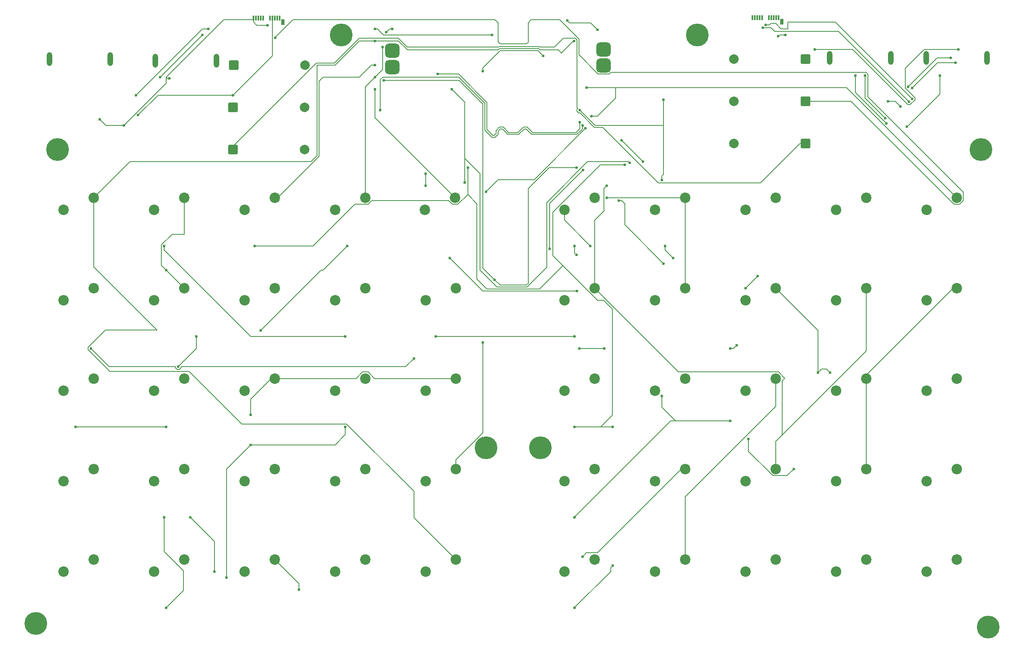
<source format=gbr>
%TF.GenerationSoftware,KiCad,Pcbnew,9.0.2*%
%TF.CreationDate,2025-10-05T12:30:13-05:00*%
%TF.ProjectId,keeb,6b656562-2e6b-4696-9361-645f70636258,rev?*%
%TF.SameCoordinates,Original*%
%TF.FileFunction,Copper,L2,Bot*%
%TF.FilePolarity,Positive*%
%FSLAX46Y46*%
G04 Gerber Fmt 4.6, Leading zero omitted, Abs format (unit mm)*
G04 Created by KiCad (PCBNEW 9.0.2) date 2025-10-05 12:30:13*
%MOMM*%
%LPD*%
G01*
G04 APERTURE LIST*
G04 Aperture macros list*
%AMRoundRect*
0 Rectangle with rounded corners*
0 $1 Rounding radius*
0 $2 $3 $4 $5 $6 $7 $8 $9 X,Y pos of 4 corners*
0 Add a 4 corners polygon primitive as box body*
4,1,4,$2,$3,$4,$5,$6,$7,$8,$9,$2,$3,0*
0 Add four circle primitives for the rounded corners*
1,1,$1+$1,$2,$3*
1,1,$1+$1,$4,$5*
1,1,$1+$1,$6,$7*
1,1,$1+$1,$8,$9*
0 Add four rect primitives between the rounded corners*
20,1,$1+$1,$2,$3,$4,$5,0*
20,1,$1+$1,$4,$5,$6,$7,0*
20,1,$1+$1,$6,$7,$8,$9,0*
20,1,$1+$1,$8,$9,$2,$3,0*%
G04 Aperture macros list end*
%TA.AperFunction,ComponentPad*%
%ADD10C,2.200000*%
%TD*%
%TA.AperFunction,ComponentPad*%
%ADD11C,4.800000*%
%TD*%
%TA.AperFunction,HeatsinkPad*%
%ADD12O,1.200000X2.900000*%
%TD*%
%TA.AperFunction,ComponentPad*%
%ADD13RoundRect,0.250000X0.750000X0.750000X-0.750000X0.750000X-0.750000X-0.750000X0.750000X-0.750000X0*%
%TD*%
%TA.AperFunction,ComponentPad*%
%ADD14C,2.000000*%
%TD*%
%TA.AperFunction,ComponentPad*%
%ADD15RoundRect,0.250000X-0.750000X-0.750000X0.750000X-0.750000X0.750000X0.750000X-0.750000X0.750000X0*%
%TD*%
%TA.AperFunction,ComponentPad*%
%ADD16RoundRect,0.750000X0.750000X0.750000X-0.750000X0.750000X-0.750000X-0.750000X0.750000X-0.750000X0*%
%TD*%
%TA.AperFunction,SMDPad,CuDef*%
%ADD17R,0.380000X1.000000*%
%TD*%
%TA.AperFunction,SMDPad,CuDef*%
%ADD18R,0.700000X1.150000*%
%TD*%
%TA.AperFunction,ViaPad*%
%ADD19C,0.600000*%
%TD*%
%TA.AperFunction,Conductor*%
%ADD20C,0.200000*%
%TD*%
G04 APERTURE END LIST*
D10*
%TO.P,SW43,1,1*%
%TO.N,col4*%
X232410000Y-86360000D03*
%TO.P,SW43,2,2*%
%TO.N,Net-(D43-A)*%
X226060000Y-88900000D03*
%TD*%
%TO.P,SW17,1,1*%
%TO.N,col1*%
X175260000Y-124460000D03*
%TO.P,SW17,2,2*%
%TO.N,Net-(D17-A)*%
X168910000Y-127000000D03*
%TD*%
%TO.P,SW28,1,1*%
%TO.N,col3*%
X88900000Y-124460000D03*
%TO.P,SW28,2,2*%
%TO.N,Net-(D28-A)*%
X82550000Y-127000000D03*
%TD*%
%TO.P,SW33,1,1*%
%TO.N,col3*%
X213360000Y-86360000D03*
%TO.P,SW33,2,2*%
%TO.N,Net-(D33-A)*%
X207010000Y-88900000D03*
%TD*%
%TO.P,SW46,1,1*%
%TO.N,col2*%
X127000000Y-105410000D03*
%TO.P,SW46,2,2*%
%TO.N,Net-(D46-A)*%
X120650000Y-107950000D03*
%TD*%
%TO.P,SW2,1,1*%
%TO.N,col0*%
X50800000Y-67310000D03*
%TO.P,SW2,2,2*%
%TO.N,Net-(D2-A)*%
X44450000Y-69850000D03*
%TD*%
%TO.P,SW36,1,1*%
%TO.N,col4*%
X107950000Y-105410000D03*
%TO.P,SW36,2,2*%
%TO.N,Net-(D36-A)*%
X101600000Y-107950000D03*
%TD*%
%TO.P,SW13,1,1*%
%TO.N,col1*%
X175260000Y-86360000D03*
%TO.P,SW13,2,2*%
%TO.N,Net-(D13-A)*%
X168910000Y-88900000D03*
%TD*%
D11*
%TO.P,H2,1*%
%TO.N,N/C*%
X102870000Y-33020000D03*
%TD*%
D12*
%TO.P,J2,5,Shield*%
%TO.N,unconnected-(J2-Shield-Pad5)*%
X54300000Y-38100000D03*
%TO.N,unconnected-(J2-Shield-Pad5)_1*%
X41500000Y-38100000D03*
%TD*%
D11*
%TO.P,H3,1*%
%TO.N,N/C*%
X237490000Y-57150000D03*
%TD*%
D13*
%TO.P,C3,1*%
%TO.N,downVbus0*%
X200540000Y-46990000D03*
D14*
%TO.P,C3,2*%
%TO.N,GND*%
X185540000Y-46990000D03*
%TD*%
D11*
%TO.P,H8,1*%
%TO.N,N/C*%
X38608000Y-156972000D03*
%TD*%
D10*
%TO.P,SW44,1,1*%
%TO.N,col4*%
X127000000Y-86360000D03*
%TO.P,SW44,2,2*%
%TO.N,Net-(D44-A)*%
X120650000Y-88900000D03*
%TD*%
%TO.P,SW47,1,1*%
%TO.N,col1*%
X232410000Y-124460000D03*
%TO.P,SW47,2,2*%
%TO.N,Net-(D47-A)*%
X226060000Y-127000000D03*
%TD*%
D11*
%TO.P,H1,1*%
%TO.N,N/C*%
X177800000Y-33020000D03*
%TD*%
D10*
%TO.P,SW18,1,1*%
%TO.N,col1*%
X69850000Y-124460000D03*
%TO.P,SW18,2,2*%
%TO.N,Net-(D18-A)*%
X63500000Y-127000000D03*
%TD*%
%TO.P,SW32,1,1*%
%TO.N,col3*%
X107950000Y-67310000D03*
%TO.P,SW32,2,2*%
%TO.N,Net-(D32-A)*%
X101600000Y-69850000D03*
%TD*%
D15*
%TO.P,C2,1*%
%TO.N,Net-(U4-VBUS_DET)*%
X80130000Y-48260000D03*
D14*
%TO.P,C2,2*%
%TO.N,GND*%
X95130000Y-48260000D03*
%TD*%
D10*
%TO.P,SW5,1,1*%
%TO.N,col0*%
X156210000Y-105410000D03*
%TO.P,SW5,2,2*%
%TO.N,Net-(D5-A)*%
X149860000Y-107950000D03*
%TD*%
%TO.P,SW26,1,1*%
%TO.N,col2*%
X88900000Y-105410000D03*
%TO.P,SW26,2,2*%
%TO.N,Net-(D26-A)*%
X82550000Y-107950000D03*
%TD*%
D11*
%TO.P,H7,1*%
%TO.N,N/C*%
X144780000Y-120015000D03*
%TD*%
D10*
%TO.P,SW37,1,1*%
%TO.N,col4*%
X213360000Y-124460000D03*
%TO.P,SW37,2,2*%
%TO.N,Net-(D37-A)*%
X207010000Y-127000000D03*
%TD*%
D16*
%TO.P,U1,15,BAT*%
%TO.N,/left/vbat*%
X158115000Y-39448500D03*
%TO.P,U1,16,GND*%
%TO.N,GND*%
X158115000Y-36048500D03*
%TD*%
D10*
%TO.P,SW50,1,1*%
%TO.N,col0*%
X127000000Y-143510000D03*
%TO.P,SW50,2,2*%
%TO.N,Net-(D50-A)*%
X120650000Y-146050000D03*
%TD*%
D11*
%TO.P,H5,1*%
%TO.N,N/C*%
X239014000Y-157734000D03*
%TD*%
D10*
%TO.P,SW20,1,1*%
%TO.N,col2*%
X69850000Y-143510000D03*
%TO.P,SW20,2,2*%
%TO.N,Net-(D20-A)*%
X63500000Y-146050000D03*
%TD*%
%TO.P,SW3,1,1*%
%TO.N,col3*%
X156210000Y-86360000D03*
%TO.P,SW3,2,2*%
%TO.N,Net-(D3-A)*%
X149860000Y-88900000D03*
%TD*%
D13*
%TO.P,C5,1*%
%TO.N,downVbus1*%
X200540000Y-55880000D03*
D14*
%TO.P,C5,2*%
%TO.N,GND*%
X185540000Y-55880000D03*
%TD*%
D10*
%TO.P,SW31,1,1*%
%TO.N,col3*%
X213360000Y-67310000D03*
%TO.P,SW31,2,2*%
%TO.N,Net-(D31-A)*%
X207010000Y-69850000D03*
%TD*%
%TO.P,SW11,1,1*%
%TO.N,col1*%
X175260000Y-67310000D03*
%TO.P,SW11,2,2*%
%TO.N,Net-(D11-A)*%
X168910000Y-69850000D03*
%TD*%
%TO.P,SW38,1,1*%
%TO.N,col4*%
X107950000Y-124460000D03*
%TO.P,SW38,2,2*%
%TO.N,Net-(D38-A)*%
X101600000Y-127000000D03*
%TD*%
D13*
%TO.P,C1,1*%
%TO.N,Net-(U3-VBUS_DET)*%
X200540000Y-38100000D03*
D14*
%TO.P,C1,2*%
%TO.N,GND*%
X185540000Y-38100000D03*
%TD*%
D10*
%TO.P,SW35,1,1*%
%TO.N,col4*%
X213360000Y-105410000D03*
%TO.P,SW35,2,2*%
%TO.N,Net-(D35-A)*%
X207010000Y-107950000D03*
%TD*%
D16*
%TO.P,U2,15,BAT*%
%TO.N,/right/vbat*%
X113610000Y-39770000D03*
%TO.P,U2,16,GND*%
%TO.N,GND*%
X113610000Y-36370000D03*
%TD*%
D10*
%TO.P,SW10,1,1*%
%TO.N,col0*%
X50800000Y-143510000D03*
%TO.P,SW10,2,2*%
%TO.N,Net-(D10-A)*%
X44450000Y-146050000D03*
%TD*%
%TO.P,SW4,1,1*%
%TO.N,col3*%
X50800000Y-86360000D03*
%TO.P,SW4,2,2*%
%TO.N,Net-(D4-A)*%
X44450000Y-88900000D03*
%TD*%
%TO.P,SW48,1,1*%
%TO.N,col1*%
X127000000Y-124460000D03*
%TO.P,SW48,2,2*%
%TO.N,Net-(D48-A)*%
X120650000Y-127000000D03*
%TD*%
D11*
%TO.P,H6,1*%
%TO.N,N/C*%
X133350000Y-120015000D03*
%TD*%
D10*
%TO.P,SW9,1,1*%
%TO.N,col0*%
X156210000Y-143510000D03*
%TO.P,SW9,2,2*%
%TO.N,Net-(D9-A)*%
X149860000Y-146050000D03*
%TD*%
%TO.P,SW29,1,1*%
%TO.N,col3*%
X194310000Y-143510000D03*
%TO.P,SW29,2,2*%
%TO.N,Net-(D29-A)*%
X187960000Y-146050000D03*
%TD*%
D15*
%TO.P,C4,1*%
%TO.N,downVbus0*%
X80250000Y-39370000D03*
D14*
%TO.P,C4,2*%
%TO.N,GND*%
X95250000Y-39370000D03*
%TD*%
D10*
%TO.P,SW27,1,1*%
%TO.N,col3*%
X194310000Y-124460000D03*
%TO.P,SW27,2,2*%
%TO.N,Net-(D27-A)*%
X187960000Y-127000000D03*
%TD*%
D17*
%TO.P,P2,B1,GND*%
%TO.N,GND*%
X89908000Y-29464000D03*
%TO.P,P2,B2*%
%TO.N,N/C*%
X89408000Y-29464000D03*
%TO.P,P2,B3*%
X88908000Y-29464000D03*
%TO.P,P2,B4,VBUS*%
%TO.N,Net-(U4-VBUS_DET)*%
X88408000Y-29464000D03*
%TO.P,P2,B5,VCONN*%
%TO.N,unconnected-(P2-VCONN-PadB5)*%
X87908000Y-29464000D03*
%TO.P,P2,B8*%
%TO.N,N/C*%
X86408000Y-29464000D03*
%TO.P,P2,B9,VBUS*%
%TO.N,Net-(U4-VBUS_DET)*%
X85908000Y-29464000D03*
%TO.P,P2,B10*%
%TO.N,N/C*%
X85408000Y-29464000D03*
%TO.P,P2,B11*%
X84908000Y-29464000D03*
%TO.P,P2,B12,GND*%
%TO.N,GND*%
X84408000Y-29464000D03*
D18*
%TO.P,P2,S1,SHIELD*%
%TO.N,unconnected-(P2-SHIELD-PadS1)*%
X90578000Y-30304000D03*
%TD*%
D10*
%TO.P,SW8,1,1*%
%TO.N,col0*%
X50800000Y-124460000D03*
%TO.P,SW8,2,2*%
%TO.N,Net-(D8-A)*%
X44450000Y-127000000D03*
%TD*%
%TO.P,SW39,1,1*%
%TO.N,col4*%
X213360000Y-143510000D03*
%TO.P,SW39,2,2*%
%TO.N,Net-(D39-A)*%
X207010000Y-146050000D03*
%TD*%
%TO.P,SW24,1,1*%
%TO.N,col2*%
X88900000Y-86360000D03*
%TO.P,SW24,2,2*%
%TO.N,Net-(D24-A)*%
X82550000Y-88900000D03*
%TD*%
D12*
%TO.P,J3,5,Shield*%
%TO.N,unconnected-(J3-Shield-Pad5)*%
X218490000Y-37840000D03*
%TO.N,unconnected-(J3-Shield-Pad5)_1*%
X205690000Y-37840000D03*
%TD*%
D10*
%TO.P,SW30,1,1*%
%TO.N,col3*%
X88900000Y-143510000D03*
%TO.P,SW30,2,2*%
%TO.N,Net-(D30-A)*%
X82550000Y-146050000D03*
%TD*%
%TO.P,SW34,1,1*%
%TO.N,col3*%
X107950000Y-86360000D03*
%TO.P,SW34,2,2*%
%TO.N,Net-(D34-A)*%
X101600000Y-88900000D03*
%TD*%
%TO.P,SW49,1,1*%
%TO.N,col0*%
X232410000Y-143510000D03*
%TO.P,SW49,2,2*%
%TO.N,Net-(D49-A)*%
X226060000Y-146050000D03*
%TD*%
%TO.P,SW40,1,1*%
%TO.N,col4*%
X107950000Y-143510000D03*
%TO.P,SW40,2,2*%
%TO.N,Net-(D40-A)*%
X101600000Y-146050000D03*
%TD*%
%TO.P,SW21,1,1*%
%TO.N,col2*%
X194310000Y-67310000D03*
%TO.P,SW21,2,2*%
%TO.N,Net-(D21-A)*%
X187960000Y-69850000D03*
%TD*%
D11*
%TO.P,H4,1*%
%TO.N,N/C*%
X43180000Y-57150000D03*
%TD*%
D10*
%TO.P,SW19,1,1*%
%TO.N,col2*%
X175260000Y-143510000D03*
%TO.P,SW19,2,2*%
%TO.N,Net-(D19-A)*%
X168910000Y-146050000D03*
%TD*%
D12*
%TO.P,J1,5,Shield*%
%TO.N,unconnected-(J1-Shield-Pad5)_1*%
X238760000Y-37840000D03*
%TO.N,unconnected-(J1-Shield-Pad5)*%
X225960000Y-37840000D03*
%TD*%
D10*
%TO.P,SW41,1,1*%
%TO.N,col4*%
X232410000Y-67310000D03*
%TO.P,SW41,2,2*%
%TO.N,Net-(D41-A)*%
X226060000Y-69850000D03*
%TD*%
%TO.P,SW42,1,1*%
%TO.N,col4*%
X126850000Y-67310000D03*
%TO.P,SW42,2,2*%
%TO.N,Net-(D42-A)*%
X120500000Y-69850000D03*
%TD*%
%TO.P,SW7,1,1*%
%TO.N,col0*%
X156210000Y-124460000D03*
%TO.P,SW7,2,2*%
%TO.N,Net-(D7-A)*%
X149860000Y-127000000D03*
%TD*%
%TO.P,SW22,1,1*%
%TO.N,col2*%
X88900000Y-67310000D03*
%TO.P,SW22,2,2*%
%TO.N,Net-(D22-A)*%
X82550000Y-69850000D03*
%TD*%
D15*
%TO.P,C6,1*%
%TO.N,downVbus1*%
X80130000Y-57150000D03*
D14*
%TO.P,C6,2*%
%TO.N,GND*%
X95130000Y-57150000D03*
%TD*%
D10*
%TO.P,SW12,1,1*%
%TO.N,col1*%
X69850000Y-67310000D03*
%TO.P,SW12,2,2*%
%TO.N,Net-(D12-A)*%
X63500000Y-69850000D03*
%TD*%
D12*
%TO.P,J4,5,Shield*%
%TO.N,unconnected-(J4-Shield-Pad5)_1*%
X76600000Y-38475000D03*
%TO.N,unconnected-(J4-Shield-Pad5)*%
X63800000Y-38475000D03*
%TD*%
D10*
%TO.P,SW14,1,1*%
%TO.N,col1*%
X69850000Y-86360000D03*
%TO.P,SW14,2,2*%
%TO.N,Net-(D14-A)*%
X63500000Y-88900000D03*
%TD*%
D17*
%TO.P,P1,B1,GND*%
%TO.N,GND*%
X194910000Y-29390000D03*
%TO.P,P1,B2*%
%TO.N,N/C*%
X194410000Y-29390000D03*
%TO.P,P1,B3*%
X193910000Y-29390000D03*
%TO.P,P1,B4,VBUS*%
%TO.N,Net-(U3-VBUS_DET)*%
X193410000Y-29390000D03*
%TO.P,P1,B5,VCONN*%
%TO.N,unconnected-(P1-VCONN-PadB5)*%
X192910000Y-29390000D03*
%TO.P,P1,B8*%
%TO.N,N/C*%
X191410000Y-29390000D03*
%TO.P,P1,B9,VBUS*%
%TO.N,Net-(U3-VBUS_DET)*%
X190910000Y-29390000D03*
%TO.P,P1,B10*%
%TO.N,N/C*%
X190410000Y-29390000D03*
%TO.P,P1,B11*%
X189910000Y-29390000D03*
%TO.P,P1,B12,GND*%
%TO.N,GND*%
X189410000Y-29390000D03*
D18*
%TO.P,P1,S1,SHIELD*%
%TO.N,unconnected-(P1-SHIELD-PadS1)_1*%
X195580000Y-30230000D03*
%TD*%
D10*
%TO.P,SW23,1,1*%
%TO.N,col2*%
X194310000Y-86360000D03*
%TO.P,SW23,2,2*%
%TO.N,Net-(D23-A)*%
X187960000Y-88900000D03*
%TD*%
%TO.P,SW16,1,1*%
%TO.N,col1*%
X69850000Y-105410000D03*
%TO.P,SW16,2,2*%
%TO.N,Net-(D16-A)*%
X63500000Y-107950000D03*
%TD*%
%TO.P,SW6,1,1*%
%TO.N,col0*%
X50800000Y-105410000D03*
%TO.P,SW6,2,2*%
%TO.N,Net-(D6-A)*%
X44450000Y-107950000D03*
%TD*%
%TO.P,SW15,1,1*%
%TO.N,col1*%
X175260000Y-105410000D03*
%TO.P,SW15,2,2*%
%TO.N,Net-(D15-A)*%
X168910000Y-107950000D03*
%TD*%
%TO.P,SW1,1,1*%
%TO.N,col0*%
X156210000Y-67310000D03*
%TO.P,SW1,2,2*%
%TO.N,Net-(D1-A)*%
X149860000Y-69850000D03*
%TD*%
%TO.P,SW45,1,1*%
%TO.N,col2*%
X232410000Y-105410000D03*
%TO.P,SW45,2,2*%
%TO.N,Net-(D45-A)*%
X226060000Y-107950000D03*
%TD*%
%TO.P,SW25,1,1*%
%TO.N,col2*%
X194310000Y-105410000D03*
%TO.P,SW25,2,2*%
%TO.N,Net-(D25-A)*%
X187960000Y-107950000D03*
%TD*%
D19*
%TO.N,GND*%
X66700000Y-42175000D03*
X145415000Y-37465000D03*
X196342000Y-33020000D03*
X132715000Y-40640000D03*
X221945200Y-52324000D03*
X57150000Y-52070000D03*
X87352815Y-30964815D03*
X194818000Y-33274000D03*
X52070000Y-50800000D03*
X228860000Y-41540000D03*
%TO.N,Net-(U3-VBUS_DET)*%
X202551000Y-36089000D03*
X232794849Y-36089551D03*
%TO.N,Net-(U4-VBUS_DET)*%
X60149529Y-49919000D03*
X80130000Y-45720000D03*
%TO.N,downVbus0*%
X217932000Y-46990000D03*
X89000000Y-33655000D03*
X220552000Y-48086000D03*
%TO.N,Net-(D1-A)*%
X155320000Y-77470000D03*
%TO.N,row0*%
X65660000Y-134620000D03*
X152400000Y-79375000D03*
X66040000Y-153670000D03*
X125730000Y-80010000D03*
X161870000Y-55245000D03*
X166370000Y-59690000D03*
X152020000Y-77470000D03*
X152474908Y-86920092D03*
%TO.N,row4*%
X153035000Y-99060000D03*
X122810000Y-96520000D03*
X111125000Y-48895000D03*
X152020000Y-96520000D03*
X50200000Y-99060000D03*
X170707528Y-81172528D03*
X161270000Y-67945000D03*
X158211000Y-99060000D03*
X153704000Y-52070000D03*
X118179000Y-101151000D03*
%TO.N,row1*%
X76200000Y-146069686D03*
X68580000Y-102870000D03*
X72390000Y-96520000D03*
X71120000Y-134620000D03*
X129540000Y-60960000D03*
X160020000Y-115570000D03*
X152020000Y-115570000D03*
X66040000Y-115570000D03*
X46990000Y-115570000D03*
X84710000Y-77470000D03*
X162580000Y-60360000D03*
%TO.N,row2*%
X128905000Y-64135000D03*
X188595000Y-118110000D03*
X152020000Y-134620000D03*
X184785000Y-99060000D03*
X104140000Y-77470000D03*
X186089000Y-98425000D03*
X184785000Y-114300000D03*
X187960000Y-86360000D03*
X126165000Y-44450000D03*
X170369000Y-109031000D03*
X198120000Y-124460000D03*
X163560000Y-59930000D03*
X85911500Y-95270030D03*
X190500000Y-83820000D03*
%TO.N,row3*%
X103760000Y-115570000D03*
X171070000Y-77470000D03*
X153095000Y-48895000D03*
X170670000Y-46668500D03*
X160020000Y-144780000D03*
X65660000Y-77470000D03*
X83820000Y-119380000D03*
X152020000Y-153670000D03*
X123190000Y-41275000D03*
X120650000Y-64770000D03*
X103760000Y-96520000D03*
X170380000Y-63570000D03*
X120650000Y-62230000D03*
X153095000Y-51435000D03*
X78740000Y-147320000D03*
X172720000Y-80010000D03*
%TO.N,Net-(J1-D+)*%
X222196000Y-43941000D03*
X231140000Y-37846000D03*
%TO.N,Net-(J1-D-)*%
X223012000Y-44196000D03*
X232156000Y-38862000D03*
%TO.N,Net-(J3-D+)*%
X211090000Y-41540000D03*
X217594265Y-51645735D03*
%TO.N,Net-(J3-D-)*%
X217383530Y-50586470D03*
X213090000Y-41540000D03*
%TO.N,Net-(P1-D-)*%
X192227200Y-30921400D03*
X223008265Y-46478265D03*
%TO.N,Net-(P1-D+)*%
X222373265Y-47113265D03*
X191643000Y-31521400D03*
%TO.N,Net-(P2-D-)*%
X64770000Y-41910000D03*
X73660000Y-33020000D03*
%TO.N,Net-(P2-D+)*%
X59690000Y-45720000D03*
X74930000Y-31750000D03*
%TO.N,col0*%
X151892000Y-34290000D03*
X110000000Y-34290000D03*
%TO.N,col3*%
X113665000Y-31750000D03*
X112336531Y-32420000D03*
X93980000Y-149860000D03*
X150495000Y-30010000D03*
X110000000Y-41910000D03*
X111610204Y-35555711D03*
X158750000Y-64770000D03*
X156845000Y-31915003D03*
%TO.N,col1*%
X158750000Y-67310000D03*
X132715000Y-97790000D03*
X153670000Y-142910000D03*
X152400000Y-60960000D03*
X66040000Y-82550000D03*
X111865973Y-42568601D03*
X135147529Y-84562471D03*
%TO.N,col2*%
X153777472Y-61487528D03*
X203200000Y-104140000D03*
X110000000Y-39370000D03*
X205740000Y-104140000D03*
X146720000Y-78105000D03*
X83820000Y-113030000D03*
%TO.N,col4*%
X133350000Y-66040000D03*
X154305000Y-52705000D03*
X154505000Y-44128500D03*
X110000000Y-44450000D03*
X155575000Y-50165000D03*
%TO.N,data0*%
X134620000Y-33020000D03*
X110000000Y-31750000D03*
%TD*%
D20*
%TO.N,GND*%
X132715000Y-39930058D02*
X132715000Y-40640000D01*
X66040000Y-41910000D02*
X78139000Y-29811000D01*
X52070000Y-50800000D02*
X53340000Y-52070000D01*
X66040000Y-43180000D02*
X66040000Y-41910000D01*
X66700000Y-42175000D02*
X66305000Y-42175000D01*
X84408000Y-30256000D02*
X84408000Y-29811000D01*
X136356058Y-36289000D02*
X132715000Y-39930058D01*
X53340000Y-52070000D02*
X57150000Y-52070000D01*
X196342000Y-33020000D02*
X195072000Y-33020000D01*
X87352815Y-30964815D02*
X85116815Y-30964815D01*
X78139000Y-29811000D02*
X84400000Y-29811000D01*
X144239000Y-36289000D02*
X136356058Y-36289000D01*
X228860000Y-41540000D02*
X228860000Y-45460000D01*
X145415000Y-37465000D02*
X144239000Y-36289000D01*
X66305000Y-42175000D02*
X66040000Y-41910000D01*
X195072000Y-33020000D02*
X194818000Y-33274000D01*
X85116815Y-30964815D02*
X84408000Y-30256000D01*
X57150000Y-52070000D02*
X66040000Y-43180000D01*
X228860000Y-45460000D02*
X222250000Y-52070000D01*
%TO.N,Net-(U3-VBUS_DET)*%
X221595000Y-44215057D02*
X221595000Y-40080794D01*
X225586243Y-36089551D02*
X232794849Y-36089551D01*
X222124322Y-47714265D02*
X222622208Y-47714265D01*
X223609265Y-46229322D02*
X221595000Y-44215057D01*
X222622208Y-47714265D02*
X223609265Y-46727208D01*
X202551000Y-36089000D02*
X210499057Y-36089000D01*
X223609265Y-46727208D02*
X223609265Y-46229322D01*
X221595000Y-40080794D02*
X225586243Y-36089551D01*
X210499057Y-36089000D02*
X222124322Y-47714265D01*
%TO.N,Net-(U4-VBUS_DET)*%
X64348529Y-45720000D02*
X60149529Y-49919000D01*
X80130000Y-45720000D02*
X88400000Y-37450000D01*
X88400000Y-37450000D02*
X88400000Y-29811000D01*
X80130000Y-45720000D02*
X64348529Y-45720000D01*
%TO.N,downVbus0*%
X92744000Y-29811000D02*
X88900000Y-33655000D01*
X233811000Y-66163997D02*
X213691000Y-46043997D01*
X135890000Y-34504942D02*
X135890000Y-30480000D01*
X156929660Y-41249500D02*
X152894000Y-37213840D01*
X142206000Y-34538942D02*
X141853942Y-34891000D01*
X217932000Y-46990000D02*
X219456000Y-46990000D01*
X200540000Y-46990000D02*
X210108686Y-46990000D01*
X233811000Y-67890314D02*
X233811000Y-66163997D01*
X231829686Y-68711000D02*
X232990314Y-68711000D01*
X213691000Y-41291057D02*
X213338943Y-40939000D01*
X136276058Y-34891000D02*
X135890000Y-34504942D01*
X232990314Y-68711000D02*
X233811000Y-67890314D01*
X152894000Y-37213840D02*
X152894000Y-33874957D01*
X210108686Y-46990000D02*
X231829686Y-68711000D01*
X213338943Y-40939000D02*
X159610840Y-40939000D01*
X219456000Y-46990000D02*
X220552000Y-48086000D01*
X135255000Y-29845000D02*
X135255000Y-29811000D01*
X142875000Y-29845000D02*
X142206000Y-30514000D01*
X159300340Y-41249500D02*
X156929660Y-41249500D01*
X135255000Y-29811000D02*
X92744000Y-29811000D01*
X159610840Y-40939000D02*
X159300340Y-41249500D01*
X135890000Y-30480000D02*
X135255000Y-29845000D01*
X142206000Y-30514000D02*
X142206000Y-34538942D01*
X88900000Y-33655000D02*
X89000000Y-33655000D01*
X148864043Y-29845000D02*
X142875000Y-29845000D01*
X213691000Y-46043997D02*
X213691000Y-41291057D01*
X152894000Y-33874957D02*
X148864043Y-29845000D01*
X141853942Y-34891000D02*
X136276058Y-34891000D01*
%TO.N,downVbus1*%
X169581000Y-64171000D02*
X157881000Y-52471000D01*
X144644200Y-35560000D02*
X144571200Y-35487000D01*
X80130000Y-56462900D02*
X80130000Y-57150000D01*
X200540000Y-55880000D02*
X199390000Y-55880000D01*
X116772100Y-35560000D02*
X114901100Y-33689000D01*
X97623900Y-38969000D02*
X80130000Y-56462900D01*
X156103900Y-52471000D02*
X153128900Y-49496000D01*
X152493000Y-34041057D02*
X152140943Y-33689000D01*
X147720100Y-35560000D02*
X144644200Y-35560000D01*
X157881000Y-52471000D02*
X156103900Y-52471000D01*
X152846057Y-49496000D02*
X152494000Y-49143943D01*
X152140943Y-33689000D02*
X149591100Y-33689000D01*
X199390000Y-55880000D02*
X191099000Y-64171000D01*
X101433900Y-38969000D02*
X97623900Y-38969000D01*
X191099000Y-64171000D02*
X169581000Y-64171000D01*
X152494000Y-48646057D02*
X152640028Y-48500028D01*
X152494000Y-49143943D02*
X152494000Y-48646057D01*
X135950858Y-35560000D02*
X116772100Y-35560000D01*
X106713900Y-33689000D02*
X101433900Y-38969000D01*
X114901100Y-33689000D02*
X106713900Y-33689000D01*
X149591100Y-33689000D02*
X147720100Y-35560000D01*
X136023858Y-35487000D02*
X135950858Y-35560000D01*
X152640028Y-48500028D02*
X152493000Y-48353000D01*
X152493000Y-48353000D02*
X152493000Y-34041057D01*
X153128900Y-49496000D02*
X152846057Y-49496000D01*
X144571200Y-35487000D02*
X136023858Y-35487000D01*
%TO.N,Net-(D1-A)*%
X149860000Y-72010000D02*
X149860000Y-69850000D01*
X155320000Y-77470000D02*
X149860000Y-72010000D01*
%TO.N,row0*%
X66040000Y-153670000D02*
X69661000Y-150049000D01*
X161925000Y-55245000D02*
X161870000Y-55245000D01*
X152020000Y-77470000D02*
X152020000Y-78995000D01*
X132640092Y-86920092D02*
X125730000Y-80010000D01*
X152474908Y-86920092D02*
X132640092Y-86920092D01*
X69661000Y-150049000D02*
X69661000Y-145861000D01*
X69661000Y-145861000D02*
X65660000Y-141860000D01*
X65660000Y-141860000D02*
X65660000Y-134620000D01*
X166370000Y-59690000D02*
X161925000Y-55245000D01*
X152020000Y-78995000D02*
X152400000Y-79375000D01*
%TO.N,row4*%
X67979000Y-102870000D02*
X54010000Y-102870000D01*
X161925000Y-67945000D02*
X162560000Y-68580000D01*
X140335000Y-53880058D02*
X140335000Y-53975000D01*
X133116000Y-52070000D02*
X133116000Y-47391000D01*
X140335000Y-53975000D02*
X137795000Y-53975000D01*
X111125000Y-42459631D02*
X111125000Y-48895000D01*
X68331057Y-103471000D02*
X67979000Y-103118943D01*
X142875000Y-53975000D02*
X142875000Y-53880058D01*
X153704000Y-52738900D02*
X153386450Y-53056450D01*
X162560000Y-68580000D02*
X162560000Y-73025000D01*
X123825000Y-41910000D02*
X111674631Y-41910000D01*
X54010000Y-102870000D02*
X50200000Y-99060000D01*
X152467900Y-53975000D02*
X142875000Y-53975000D01*
X127635000Y-41910000D02*
X123825000Y-41910000D01*
X135890000Y-53975000D02*
X135255000Y-54610000D01*
X141356058Y-52859000D02*
X140335000Y-53880058D01*
X161270000Y-67945000D02*
X161925000Y-67945000D01*
X153704000Y-52070000D02*
X153704000Y-52738900D01*
X162560000Y-73025000D02*
X170707528Y-81172528D01*
X142875000Y-53880058D02*
X141853942Y-52859000D01*
X67979000Y-103118943D02*
X67979000Y-102870000D01*
X134620000Y-54610000D02*
X133116000Y-53106000D01*
X152020000Y-96520000D02*
X122810000Y-96520000D01*
X135890000Y-53325058D02*
X135890000Y-53975000D01*
X158211000Y-99060000D02*
X153035000Y-99060000D01*
X153386450Y-53056450D02*
X152467900Y-53975000D01*
X69181000Y-103118943D02*
X68828943Y-103471000D01*
X68828943Y-103471000D02*
X68331057Y-103471000D01*
X111674631Y-41910000D02*
X111125000Y-42459631D01*
X135255000Y-54610000D02*
X134620000Y-54610000D01*
X118179000Y-101151000D02*
X116460000Y-102870000D01*
X69181000Y-102870000D02*
X69181000Y-103118943D01*
X133116000Y-53106000D02*
X133116000Y-52070000D01*
X133116000Y-47391000D02*
X132715000Y-46990000D01*
X141853942Y-52859000D02*
X141356058Y-52859000D01*
X116460000Y-102870000D02*
X69181000Y-102870000D01*
X132715000Y-46990000D02*
X127635000Y-41910000D01*
X137795000Y-53975000D02*
X137795000Y-53800058D01*
X136356058Y-52859000D02*
X135890000Y-53325058D01*
X136853942Y-52859000D02*
X136356058Y-52859000D01*
X137795000Y-53800058D02*
X136853942Y-52859000D01*
%TO.N,row1*%
X105728314Y-68711000D02*
X108530314Y-68711000D01*
X158115000Y-88900000D02*
X156768686Y-88900000D01*
X144620908Y-86519092D02*
X133509092Y-86519092D01*
X129540000Y-66601314D02*
X129503157Y-66638157D01*
X127430314Y-68711000D02*
X129503157Y-66638157D01*
X149504343Y-81635657D02*
X144620908Y-86519092D01*
X84710000Y-77470000D02*
X96969314Y-77470000D01*
X108530314Y-68711000D02*
X109351000Y-67890314D01*
X76200000Y-139700000D02*
X71120000Y-134620000D01*
X160020000Y-115570000D02*
X157480000Y-115570000D01*
X129540000Y-60960000D02*
X129540000Y-66601314D01*
X131445000Y-68580000D02*
X129503157Y-66638157D01*
X131445000Y-84455000D02*
X131445000Y-68580000D01*
X126269686Y-68711000D02*
X127430314Y-68711000D01*
X157368686Y-60360000D02*
X162580000Y-60360000D01*
X76200000Y-146069686D02*
X76200000Y-139700000D01*
X156768686Y-88900000D02*
X149504343Y-81635657D01*
X147389000Y-79520314D02*
X147389000Y-70339686D01*
X159951000Y-113099000D02*
X159951000Y-90736000D01*
X125449000Y-67890314D02*
X126269686Y-68711000D01*
X147389000Y-70339686D02*
X157368686Y-60360000D01*
X149504343Y-81635657D02*
X147389000Y-79520314D01*
X96969314Y-77470000D02*
X105728314Y-68711000D01*
X66040000Y-115570000D02*
X46990000Y-115570000D01*
X109351000Y-67890314D02*
X125449000Y-67890314D01*
X68580000Y-102870000D02*
X72390000Y-99060000D01*
X72390000Y-99060000D02*
X72390000Y-96520000D01*
X157480000Y-115570000D02*
X152020000Y-115570000D01*
X133509092Y-86519092D02*
X131445000Y-84455000D01*
X157480000Y-115570000D02*
X159951000Y-113099000D01*
X159951000Y-90736000D02*
X158115000Y-88900000D01*
%TO.N,row2*%
X184785000Y-99060000D02*
X185454000Y-99060000D01*
X172234816Y-114300000D02*
X151914816Y-134620000D01*
X184785000Y-114300000D02*
X173355000Y-114300000D01*
X142020042Y-86092000D02*
X146119000Y-81993042D01*
X188595000Y-120726314D02*
X188595000Y-118110000D01*
X187960000Y-86360000D02*
X190500000Y-83820000D01*
X193729686Y-125861000D02*
X188595000Y-120726314D01*
X128905000Y-59055000D02*
X132080000Y-62230000D01*
X146119000Y-81993042D02*
X146119000Y-68296057D01*
X146119000Y-68296057D02*
X154725057Y-59690000D01*
X154725057Y-59690000D02*
X163320000Y-59690000D01*
X132080000Y-82550000D02*
X135622000Y-86092000D01*
X99060000Y-82550000D02*
X104140000Y-77470000D01*
X163320000Y-59690000D02*
X163560000Y-59930000D01*
X128905000Y-47190000D02*
X126165000Y-44450000D01*
X170369000Y-111463816D02*
X173205184Y-114300000D01*
X173355000Y-114300000D02*
X172234816Y-114300000D01*
X128905000Y-59055000D02*
X128905000Y-47190000D01*
X196719000Y-125861000D02*
X193729686Y-125861000D01*
X128905000Y-64135000D02*
X128905000Y-59055000D01*
X173205184Y-114300000D02*
X173355000Y-114300000D01*
X185454000Y-99060000D02*
X186089000Y-98425000D01*
X132080000Y-62230000D02*
X132080000Y-82550000D01*
X98631530Y-82550000D02*
X99060000Y-82550000D01*
X135622000Y-86092000D02*
X142020042Y-86092000D01*
X151914816Y-134620000D02*
X151765000Y-134620000D01*
X85911500Y-95270030D02*
X98631530Y-82550000D01*
X198120000Y-124460000D02*
X196719000Y-125861000D01*
X170369000Y-109031000D02*
X170369000Y-111463816D01*
%TO.N,row3*%
X152301800Y-53574000D02*
X143136042Y-53574000D01*
X135489000Y-53158958D02*
X135489000Y-53808900D01*
X133517000Y-47625000D02*
X133517000Y-47224900D01*
X153095000Y-51435000D02*
X153095000Y-52780800D01*
X120650000Y-64770000D02*
X120650000Y-62230000D01*
X142020042Y-52458000D02*
X141189958Y-52458000D01*
X170670000Y-52070000D02*
X170670000Y-46668500D01*
X137020042Y-52458000D02*
X136189958Y-52458000D01*
X103760000Y-117220000D02*
X101600000Y-119380000D01*
X133517000Y-52939900D02*
X133517000Y-47625000D01*
X171070000Y-78360000D02*
X171070000Y-77470000D01*
X152020000Y-153621530D02*
X152020000Y-153670000D01*
X139700000Y-53574000D02*
X138136042Y-53574000D01*
X138136042Y-53574000D02*
X137020042Y-52458000D01*
X159591530Y-146050000D02*
X152020000Y-153621530D01*
X170380000Y-62670000D02*
X170670000Y-62380000D01*
X78740000Y-124460000D02*
X83820000Y-119380000D01*
X172720000Y-80010000D02*
X171070000Y-78360000D01*
X78740000Y-147320000D02*
X78740000Y-124460000D01*
X170670000Y-62380000D02*
X170670000Y-52070000D01*
X170380000Y-63570000D02*
X170380000Y-62670000D01*
X153095000Y-52780800D02*
X152785400Y-53090400D01*
X103760000Y-96520000D02*
X83820000Y-96520000D01*
X135489000Y-53808900D02*
X135088900Y-54209000D01*
X152785400Y-53090400D02*
X152301800Y-53574000D01*
X127567100Y-41275000D02*
X123190000Y-41275000D01*
X133517000Y-47224900D02*
X127567100Y-41275000D01*
X156270000Y-52070000D02*
X153095000Y-48895000D01*
X103760000Y-115570000D02*
X103760000Y-117220000D01*
X143136042Y-53574000D02*
X142020042Y-52458000D01*
X136189958Y-52458000D02*
X135489000Y-53158958D01*
X170670000Y-52070000D02*
X156270000Y-52070000D01*
X134786100Y-54209000D02*
X133517000Y-52939900D01*
X140073958Y-53574000D02*
X139700000Y-53574000D01*
X160020000Y-144780000D02*
X159591530Y-145208470D01*
X141189958Y-52458000D02*
X140955058Y-52692900D01*
X135088900Y-54209000D02*
X134786100Y-54209000D01*
X159591530Y-145208470D02*
X159591530Y-146050000D01*
X101600000Y-119380000D02*
X83820000Y-119380000D01*
X83820000Y-96520000D02*
X65660000Y-78360000D01*
X65660000Y-78360000D02*
X65660000Y-77470000D01*
X140955058Y-52692900D02*
X140073958Y-53574000D01*
%TO.N,Net-(J1-D+)*%
X222196000Y-43941000D02*
X228291000Y-37846000D01*
X228291000Y-37846000D02*
X231140000Y-37846000D01*
%TO.N,Net-(J1-D-)*%
X223012000Y-44196000D02*
X228346000Y-38862000D01*
X228346000Y-38862000D02*
X232156000Y-38862000D01*
%TO.N,Net-(J3-D+)*%
X211090000Y-45141470D02*
X217594265Y-51645735D01*
X211090000Y-41540000D02*
X211090000Y-45141470D01*
%TO.N,Net-(J3-D-)*%
X213090000Y-46292940D02*
X217383530Y-50586470D01*
X213090000Y-41540000D02*
X213090000Y-46292940D01*
%TO.N,Net-(P1-D-)*%
X195419479Y-31750000D02*
X196850000Y-31750000D01*
X194278007Y-30608528D02*
X195419479Y-31750000D01*
X192954200Y-30921400D02*
X193267072Y-30608528D01*
X206856000Y-30326000D02*
X223008265Y-46478265D01*
X196850000Y-31750000D02*
X196850000Y-30326000D01*
X192227200Y-30921400D02*
X192954200Y-30921400D01*
X193267072Y-30608528D02*
X194278007Y-30608528D01*
X196850000Y-30326000D02*
X206856000Y-30326000D01*
%TO.N,Net-(P1-D+)*%
X207518000Y-32258000D02*
X222373265Y-47113265D01*
X191643000Y-31521400D02*
X193331414Y-31521400D01*
X193331414Y-31521400D02*
X194068014Y-32258000D01*
X194068014Y-32258000D02*
X207518000Y-32258000D01*
%TO.N,Net-(P2-D-)*%
X64770000Y-41910000D02*
X73660000Y-33020000D01*
%TO.N,Net-(P2-D+)*%
X73660000Y-31750000D02*
X74930000Y-31750000D01*
X59690000Y-45720000D02*
X73660000Y-31750000D01*
%TO.N,col0*%
X151765000Y-34290000D02*
X149225000Y-36830000D01*
X116840000Y-36195000D02*
X114935000Y-34290000D01*
X49599000Y-99308943D02*
X54162057Y-103872000D01*
X97790000Y-58420000D02*
X96520000Y-59690000D01*
X136189958Y-35888000D02*
X135882958Y-36195000D01*
X50800000Y-67310000D02*
X50800000Y-81915000D01*
X144712100Y-36195000D02*
X144405100Y-35888000D01*
X97790000Y-39370000D02*
X97790000Y-58420000D01*
X118179000Y-134689000D02*
X127000000Y-143510000D01*
X101600000Y-39370000D02*
X97790000Y-39370000D01*
X64058686Y-95173686D02*
X53236371Y-95173686D01*
X49599000Y-98811057D02*
X49599000Y-99308943D01*
X135882958Y-36195000D02*
X116840000Y-36195000D01*
X58420000Y-59690000D02*
X50800000Y-67310000D01*
X53236371Y-95173686D02*
X49599000Y-98811057D01*
X81949000Y-114969000D02*
X104008943Y-114969000D01*
X144405100Y-35888000D02*
X136189958Y-35888000D01*
X151892000Y-34290000D02*
X151765000Y-34290000D01*
X70852000Y-103872000D02*
X81949000Y-114969000D01*
X110000000Y-34290000D02*
X106680000Y-34290000D01*
X148590000Y-36195000D02*
X144712100Y-36195000D01*
X50800000Y-81915000D02*
X64058686Y-95173686D01*
X96520000Y-59690000D02*
X58420000Y-59690000D01*
X149225000Y-36830000D02*
X148590000Y-36195000D01*
X104008943Y-114969000D02*
X118179000Y-129139057D01*
X118179000Y-129139057D02*
X118179000Y-134689000D01*
X54162057Y-103872000D02*
X70852000Y-103872000D01*
X114935000Y-34290000D02*
X110000000Y-34290000D01*
X106680000Y-34290000D02*
X101600000Y-39370000D01*
%TO.N,col3*%
X150965000Y-30480000D02*
X150495000Y-30010000D01*
X156845000Y-31915003D02*
X155409997Y-30480000D01*
X194310000Y-124460000D02*
X194310000Y-118668686D01*
X156210000Y-86360000D02*
X173859000Y-104009000D01*
X158750000Y-64770000D02*
X158149000Y-65371000D01*
X93980000Y-148590000D02*
X88900000Y-143510000D01*
X156210000Y-72029530D02*
X156210000Y-86360000D01*
X113006531Y-31750000D02*
X112336531Y-32420000D01*
X196215000Y-105333686D02*
X195649000Y-105899686D01*
X155409997Y-30480000D02*
X153670000Y-30480000D01*
X110000000Y-41910000D02*
X107950000Y-43960000D01*
X195649000Y-105899686D02*
X195649000Y-117329686D01*
X194890314Y-104009000D02*
X196215000Y-105333686D01*
X213360000Y-99618686D02*
X213360000Y-86360000D01*
X93980000Y-149860000D02*
X93980000Y-148590000D01*
X107950000Y-43960000D02*
X107950000Y-67310000D01*
X158149000Y-70090530D02*
X156210000Y-72029530D01*
X113665000Y-31750000D02*
X113006531Y-31750000D01*
X194310000Y-118668686D02*
X195541843Y-117436843D01*
X195649000Y-117329686D02*
X195541843Y-117436843D01*
X195541843Y-117436843D02*
X213360000Y-99618686D01*
X111610204Y-40299796D02*
X110000000Y-41910000D01*
X173859000Y-104009000D02*
X194890314Y-104009000D01*
X111610204Y-35555711D02*
X111610204Y-40299796D01*
X153670000Y-30480000D02*
X150965000Y-30480000D01*
X158149000Y-65371000D02*
X158149000Y-70090530D01*
%TO.N,col1*%
X132715000Y-82129942D02*
X135147529Y-84562471D01*
X66040000Y-82550000D02*
X69850000Y-86360000D01*
X175260000Y-67310000D02*
X175260000Y-86360000D01*
X69850000Y-74998000D02*
X67282057Y-74998000D01*
X127000000Y-124460000D02*
X127000000Y-122545209D01*
X69850000Y-67310000D02*
X69850000Y-74998000D01*
X142240000Y-65405000D02*
X146685000Y-60960000D01*
X65059000Y-77221057D02*
X65059000Y-81569000D01*
X175260000Y-124460000D02*
X174418470Y-124460000D01*
X154471000Y-142109000D02*
X153670000Y-142910000D01*
X65059000Y-81569000D02*
X66040000Y-82550000D01*
X142240000Y-85304942D02*
X142240000Y-65405000D01*
X156769470Y-142109000D02*
X154471000Y-142109000D01*
X132715000Y-47625000D02*
X132715000Y-81915000D01*
X136276058Y-85691000D02*
X141853942Y-85691000D01*
X146685000Y-60960000D02*
X152400000Y-60960000D01*
X127658601Y-42568601D02*
X132715000Y-47625000D01*
X127000000Y-122545209D02*
X132715000Y-116830209D01*
X135147529Y-84562471D02*
X136276058Y-85691000D01*
X67282057Y-74998000D02*
X65059000Y-77221057D01*
X158750000Y-67310000D02*
X175260000Y-67310000D01*
X141853942Y-85691000D02*
X142206000Y-85338942D01*
X142206000Y-85270942D02*
X142240000Y-85304942D01*
X132715000Y-81915000D02*
X132715000Y-82129942D01*
X142206000Y-85338942D02*
X142206000Y-85270942D01*
X132715000Y-116830209D02*
X132715000Y-97790000D01*
X174418470Y-124460000D02*
X156769470Y-142109000D01*
X111865973Y-42568601D02*
X127658601Y-42568601D01*
%TO.N,col2*%
X83820000Y-109705184D02*
X88115184Y-105410000D01*
X108530314Y-104009000D02*
X107369686Y-104009000D01*
X99060000Y-41910000D02*
X98191000Y-42779000D01*
X88115184Y-105410000D02*
X88900000Y-105410000D01*
X110000000Y-39370000D02*
X109220000Y-39370000D01*
X105968686Y-105410000D02*
X88900000Y-105410000D01*
X89467100Y-67310000D02*
X88900000Y-67310000D01*
X175260000Y-130324816D02*
X194310000Y-111274816D01*
X109220000Y-39370000D02*
X106680000Y-41910000D01*
X194310000Y-111274816D02*
X194310000Y-105410000D01*
X146720000Y-68545000D02*
X153777472Y-61487528D01*
X109931314Y-105410000D02*
X108530314Y-104009000D01*
X107369686Y-104009000D02*
X105968686Y-105410000D01*
X146720000Y-78105000D02*
X146720000Y-68545000D01*
X83820000Y-113030000D02*
X83820000Y-109705184D01*
X127000000Y-105410000D02*
X109931314Y-105410000D01*
X203200000Y-95250000D02*
X203200000Y-104140000D01*
X98191000Y-42779000D02*
X98191000Y-58586100D01*
X205009000Y-103409000D02*
X203931000Y-103409000D01*
X98191000Y-58586100D02*
X89467100Y-67310000D01*
X203931000Y-103409000D02*
X203200000Y-104140000D01*
X106680000Y-41910000D02*
X99060000Y-41910000D01*
X205740000Y-104140000D02*
X205009000Y-103409000D01*
X175260000Y-143510000D02*
X175260000Y-130324816D01*
X194310000Y-86360000D02*
X203200000Y-95250000D01*
%TO.N,col4*%
X154505000Y-44128500D02*
X160655000Y-44128500D01*
X160655000Y-46355000D02*
X160655000Y-44128500D01*
X213360000Y-105410000D02*
X213360000Y-104625184D01*
X209228500Y-44128500D02*
X232410000Y-67310000D01*
X110000000Y-44450000D02*
X110000000Y-50460000D01*
X213360000Y-124460000D02*
X213360000Y-105410000D01*
X135890000Y-63500000D02*
X133350000Y-66040000D01*
X143510000Y-63500000D02*
X140335000Y-63500000D01*
X154305000Y-52705000D02*
X143510000Y-63500000D01*
X140335000Y-63500000D02*
X135890000Y-63500000D01*
X110000000Y-50460000D02*
X126850000Y-67310000D01*
X160655000Y-44128500D02*
X209228500Y-44128500D01*
X231625184Y-86360000D02*
X232410000Y-86360000D01*
X213360000Y-104625184D02*
X231625184Y-86360000D01*
X155575000Y-50165000D02*
X156845000Y-50165000D01*
X156845000Y-50165000D02*
X160655000Y-46355000D01*
%TO.N,data0*%
X110490000Y-31750000D02*
X110000000Y-31750000D01*
X134620000Y-33020000D02*
X111760000Y-33020000D01*
X111760000Y-33020000D02*
X110490000Y-31750000D01*
%TD*%
M02*

</source>
